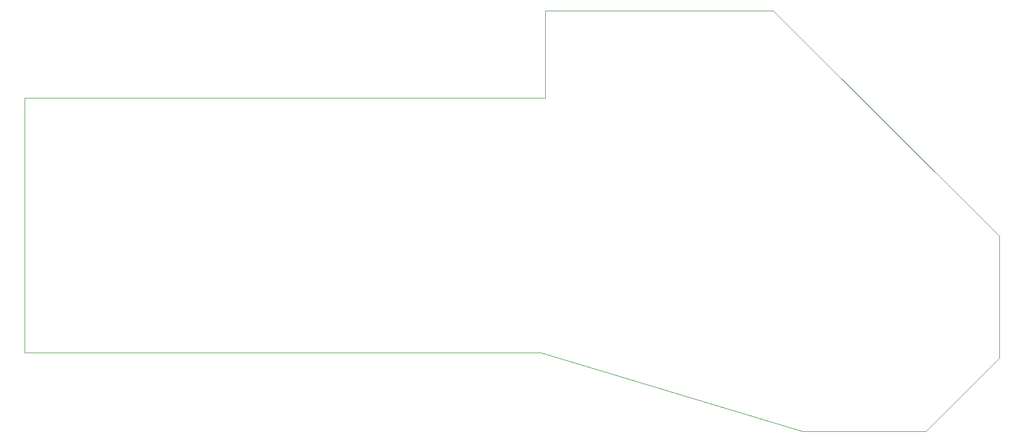
<source format=gbr>
%TF.GenerationSoftware,KiCad,Pcbnew,7.0.7-7.0.7~ubuntu22.04.1*%
%TF.CreationDate,2023-09-27T10:41:22-06:00*%
%TF.ProjectId,ph_meter,70685f6d-6574-4657-922e-6b696361645f,1.3*%
%TF.SameCoordinates,Original*%
%TF.FileFunction,Profile,NP*%
%FSLAX46Y46*%
G04 Gerber Fmt 4.6, Leading zero omitted, Abs format (unit mm)*
G04 Created by KiCad (PCBNEW 7.0.7-7.0.7~ubuntu22.04.1) date 2023-09-27 10:41:22*
%MOMM*%
%LPD*%
G01*
G04 APERTURE LIST*
%TA.AperFunction,Profile*%
%ADD10C,0.100000*%
%TD*%
G04 APERTURE END LIST*
D10*
X214800000Y-118150000D02*
X214800000Y-98850000D01*
X214800000Y-118150000D02*
X203250000Y-129700000D01*
X214800000Y-98850000D02*
X179100000Y-63150000D01*
X143100000Y-63150000D02*
X179100000Y-63150000D01*
X143100000Y-63150000D02*
X143100000Y-77000000D01*
X143100000Y-77000000D02*
X60900000Y-77000000D01*
X60900000Y-77000000D02*
X60900000Y-117300000D01*
X142450000Y-117300000D02*
X60900000Y-117300000D01*
X203250000Y-129700000D02*
X183750000Y-129700000D01*
X183750000Y-129700000D02*
X142450000Y-117300000D01*
M02*

</source>
